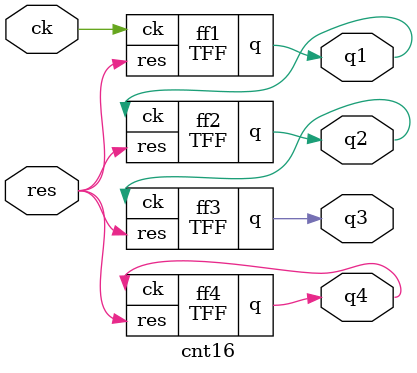
<source format=v>
module TFF ( ck, res, q );
    input ck, res;
    output q;
    reg q;

    always @(negedge ck or posedge res)
    begin
        if ( res == 1'b1 )
            q <= 1'b0;
        else
            q <= ~q;
    end
endmodule

// カウンタ (TFFモジュールの接続) の記述部
module cnt16(ck, res, q1, q2, q3, q4);
    input ck, res;
    output q1, q2, q3, q4;

    TFF ff1(ck, res, q1);
    TFF ff2(q1, res, q2);
    TFF ff3(q2, res, q3);
    TFF ff4(q4, res, q4);
endmodule

</source>
